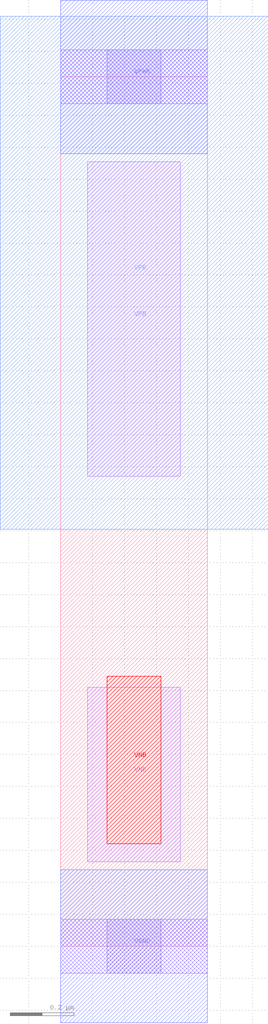
<source format=lef>
# Copyright 2020 The SkyWater PDK Authors
#
# Licensed under the Apache License, Version 2.0 (the "License");
# you may not use this file except in compliance with the License.
# You may obtain a copy of the License at
#
#     https://www.apache.org/licenses/LICENSE-2.0
#
# Unless required by applicable law or agreed to in writing, software
# distributed under the License is distributed on an "AS IS" BASIS,
# WITHOUT WARRANTIES OR CONDITIONS OF ANY KIND, either express or implied.
# See the License for the specific language governing permissions and
# limitations under the License.
#
# SPDX-License-Identifier: Apache-2.0

VERSION 5.7 ;
  NOWIREEXTENSIONATPIN ON ;
  DIVIDERCHAR "/" ;
  BUSBITCHARS "[]" ;
PROPERTYDEFINITIONS
  MACRO maskLayoutSubType STRING ;
  MACRO prCellType STRING ;
  MACRO originalViewName STRING ;
END PROPERTYDEFINITIONS
MACRO sky130_fd_sc_hdll__tap_1
  CLASS CORE WELLTAP ;
  FOREIGN sky130_fd_sc_hdll__tap_1 ;
  ORIGIN  0.000000  0.000000 ;
  SIZE  0.460000 BY  2.720000 ;
  SYMMETRY X Y R90 ;
  SITE unithd ;
  PIN VGND
    DIRECTION INOUT ;
    USE GROUND ;
    PORT
      LAYER met1 ;
        RECT 0.000000 -0.240000 0.460000 0.240000 ;
    END
  END VGND
  PIN VNB
    DIRECTION INOUT ;
    USE GROUND ;
    PORT
      LAYER li1 ;
        RECT 0.085000 0.265000 0.375000 0.810000 ;
      LAYER pwell ;
        RECT 0.145000 0.320000 0.315000 0.845000 ;
    END
  END VNB
  PIN VPB
    DIRECTION INOUT ;
    USE POWER ;
    PORT
      LAYER li1 ;
        RECT 0.085000 1.470000 0.375000 2.455000 ;
      LAYER nwell ;
        RECT -0.190000 1.305000 0.650000 2.910000 ;
    END
  END VPB
  PIN VPWR
    DIRECTION INOUT ;
    USE POWER ;
    PORT
      LAYER met1 ;
        RECT 0.000000 2.480000 0.460000 2.960000 ;
    END
  END VPWR
  OBS
    LAYER li1 ;
      RECT 0.000000 -0.085000 0.460000 0.085000 ;
      RECT 0.000000  2.635000 0.460000 2.805000 ;
    LAYER mcon ;
      RECT 0.145000 -0.085000 0.315000 0.085000 ;
      RECT 0.145000  2.635000 0.315000 2.805000 ;
  END
  PROPERTY maskLayoutSubType "abstract" ;
  PROPERTY prCellType "standard" ;
  PROPERTY originalViewName "layout" ;
END sky130_fd_sc_hdll__tap_1
END LIBRARY

</source>
